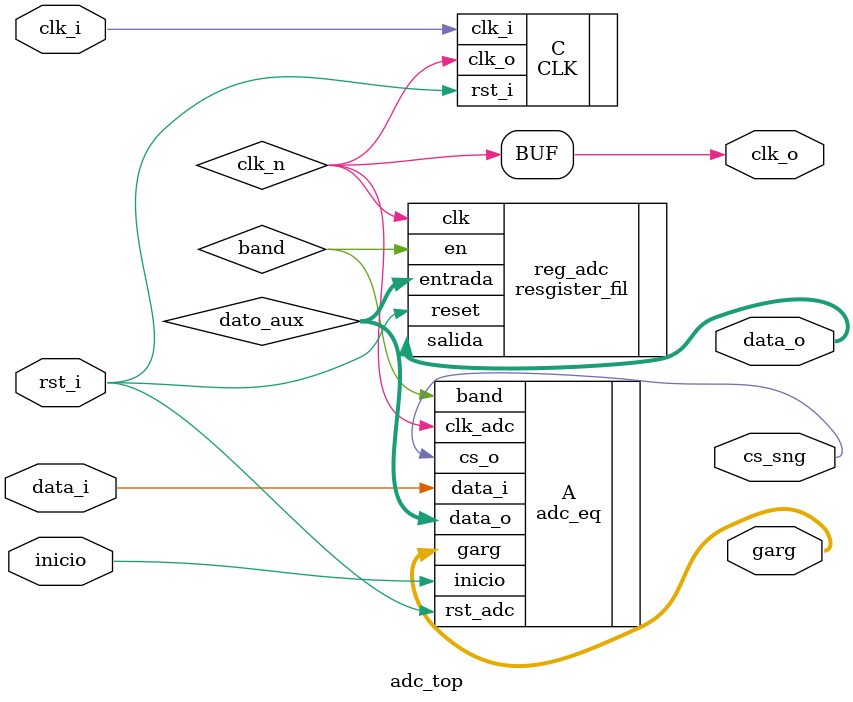
<source format=v>
`timescale 1ns / 1ps
module adc_top #(parameter largo=11,bits=12)(inicio,clk_i,rst_i,data_i,cs_sng,clk_o,garg,data_o);
	
	input wire inicio;
	input wire clk_i;
	input wire rst_i;
	input wire data_i;
	output wire cs_sng;
	output wire clk_o; 
	output wire [3:0] garg;
	output wire [largo-1:0] data_o;
	
wire clk_n;
wire [11:0] dato_aux;
//wire [11:0] data_var;
wire band;

//divisor de clock para la frecuencia de muestreo	

CLK C (						
    .clk_i(clk_i), 
    .rst_i(rst_i), 
    .clk_o(clk_n)
    );	
	/*
CLK_3 CFT (						
    .clk_i(clk_i), 
    .rst_i(rst_i), 
    .clk_o(clk_p)
    );	*/
	 
//protoclo de recepcion de los datos del pmod del adc	
adc_eq A(				
    .inicio(inicio),
    .clk_adc(clk_n), 
    .data_i(data_i), 
    .cs_o(cs_sng), 
    .data_o(dato_aux), 
    .rst_adc(rst_i), 
    .garg(garg), 
    .band(band)
    );

//registro temporal de cada uno de los datos 
resgister_fil #(.largo(bits)) reg_adc ( 
    .clk(clk_n), 
    .reset(rst_i), 
    .en(band), 
    .entrada(dato_aux), 
    .salida(data_o)
    );	 

assign clk_o = clk_n;	
endmodule

</source>
